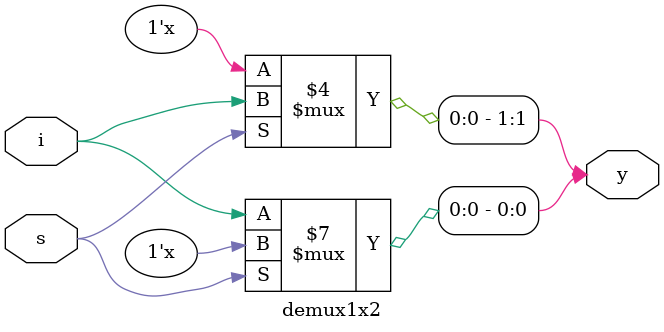
<source format=v>
module demux1x2(i,s,y);
	input i;
	input s;
	output reg [1:0]y;
	
	always @(*) begin
		if(s==0) begin
			y[0]=i;y[1]=1'bx;
		end
		else begin
			y[1]=i;y[0]=1'bx;
		end
		
	end
endmodule

</source>
